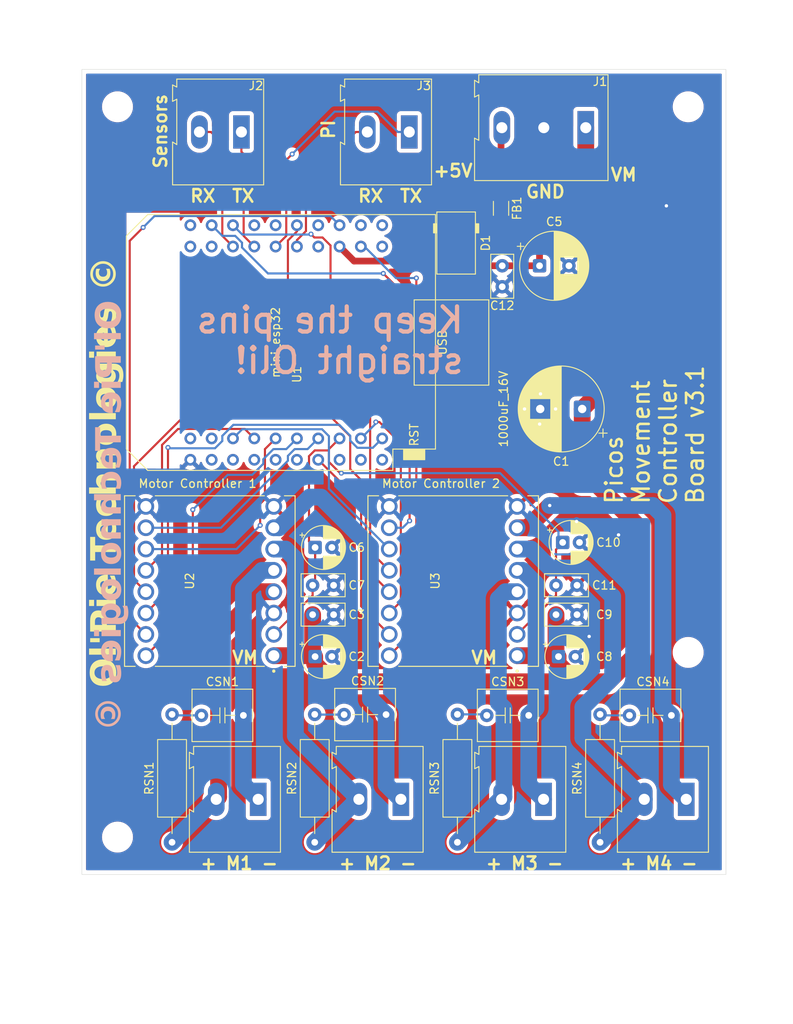
<source format=kicad_pcb>
(kicad_pcb (version 20241229) (generator "pcbnew") (generator_version "9.0")
  (title_block (comment 4 "AISLER Project ID: LYUKVKBL"))
  (layers (0 "F.Cu" signal) (2 "B.Cu" signal) (13 "F.Paste" user) (15 "B.Paste" user) (5 "F.SilkS" user "F.Silkscreen") (7 "B.SilkS" user "B.Silkscreen") (1 "F.Mask" user) (3 "B.Mask" user) (25 "Edge.Cuts" user))
  (net 0 "")
  (net 2 "Net-(U1-IO_25)")
  (net 10 "Net-(J3-Pin_1)")
  (net 14 "Net-(J2-Pin_2)")
  (net 23 "Net-(J3-Pin_2)")
  (net 25 "Net-(M2-+)")
  (net 26 "Net-(M1-+)")
  (net 27 "Net-(M2--)")
  (net 28 "Net-(M1--)")
  (net 29 "+12V")
  (net 30 "Net-(U1-IO_13{slash}TCK)")
  (net 31 "Net-(U1-IO_26{slash}D0)")
  (net 32 "Net-(U1-IO_04)")
  (net 33 "Net-(U1-TD0)")
  (net 34 "Net-(U1-IO_18{slash}D5)")
  (net 35 "Net-(U1-IO_27)")
  (net 36 "GND")
  (net 37 "Net-(U1-IO_23{slash}D7)")
  (net 38 "Net-(U1-3V3)")
  (net 39 "+5V")
  (net 40 "Net-(U1-IO_05{slash}D8)")
  (net 41 "Net-(U1-IO_10{slash}SD3)")
  (net 42 "Net-(U1-IO_14{slash}TMS)")
  (net 43 "Net-(U1-IO_19{slash}D6)")
  (net 44 "Net-(J2-Pin_1)")
  (net 45 "Net-(U1-IO_02)")
  (net 46 "Net-(M4--)")
  (net 47 "Net-(M3-+)")
  (net 48 "Net-(M4-+)")
  (net 49 "Net-(M3--)")
  (net 50 "Net-(CSN1-Pad2)")
  (net 51 "Net-(CSN2-Pad2)")
  (net 52 "Net-(CSN3-Pad2)")
  (net 53 "Net-(CSN4-Pad2)")
  (net 54 "+5V Clean")
  (footprint "MountingHole:MountingHole_3.2mm_M3" (layer "F.Cu") (at 164 110)
    (property "Reference" "H4" (hide yes))
    (property "Value" "MountingHole")
    (pad "" np_thru_hole circle (at 0 0) (size 3.2 3.2) (drill 3.2) (layers "*.Cu" "*.Mask"))
  )
  (footprint "Resistor_THT:R_Axial_DIN0309_L9.0mm_D3.2mm_P15.24mm_Horizontal" (layer "F.Cu") (at 153.5 132.62 90)
    (property "Reference" "RSN4" (at 7.62 -2.72 90) (layer "F.SilkS"))
    (property "Value" "100 Ω, ½ W Metal")
    (pad "1" thru_hole circle (at 0 0 90) (size 1.6 1.6) (drill 0.8) (layers "*.Cu" "*.Mask") (net 46 "Net-(M4--)"))
    (pad "2" thru_hole circle (at 15.24 0 90) (size 1.6 1.6) (drill 0.8) (layers "*.Cu" "*.Mask") (net 53 "Net-(CSN4-Pad2)"))
  )
  (footprint "TerminalBlock:TerminalBlock_Altech_AK300-2_P5.00mm" (layer "F.Cu") (at 110.765 48 180)
    (property "Reference" "J2" (at -1.735 5.5 0) (layer "F.SilkS"))
    (property "Value" "Screw_Terminal_01x02")
    (pad "1" thru_hole rect (at 0 0 180) (size 1.98 3.96) (drill 1.32) (layers "*.Cu" "*.Mask") (net 44 "Net-(J2-Pin_1)"))
    (pad "2" thru_hole oval (at 5 0 180) (size 1.98 3.96) (drill 1.32) (layers "*.Cu" "*.Mask") (net 14 "Net-(J2-Pin_2)"))
  )
  (footprint "Capacitor_THT:CP_Radial_D5.0mm_P2.00mm" (layer "F.Cu") (at 119.5449 97.5)
    (property "Reference" "C6" (at 4.955112 0 0) (layer "F.SilkS"))
    (property "Value" "10uF_16V")
    (pad "1" thru_hole roundrect (at 0 0) (size 1.6 1.6) (drill 0.8) (layers "*.Cu" "*.Mask") (roundrect_rratio 0.15625) (net 38 "Net-(U1-3V3)"))
    (pad "2" thru_hole circle (at 2 0) (size 1.6 1.6) (drill 0.8) (layers "*.Cu" "*.Mask") (net 36 "GND"))
  )
  (footprint "TB66 For KiCAD:MODULE_ROB-14450" (layer "F.Cu") (at 136 101.5 180)
    (property "Reference" "U3" (at 2.138 0.009 90) (layer "F.SilkS"))
    (property "Value" "Motor Controller 2" (at 1.4518 11.6132 0) (layer "F.SilkS"))
    (pad "1" thru_hole circle (at -7.62 -8.89 180) (size 1.98 1.98) (drill 1.32) (layers "*.Cu" "*.Mask") (net 29 "+12V"))
    (pad "2" thru_hole circle (at -7.62 -6.35 180) (size 1.98 1.98) (drill 1.32) (layers "*.Cu" "*.Mask") (net 38 "Net-(U1-3V3)"))
    (pad "3" thru_hole circle (at -7.62 -3.81 180) (size 1.98 1.98) (drill 1.32) (layers "*.Cu" "*.Mask") (net 36 "GND"))
    (pad "4" thru_hole circle (at -7.62 -1.27 180) (size 1.98 1.98) (drill 1.32) (layers "*.Cu" "*.Mask") (net 49 "Net-(M3--)"))
    (pad "5" thru_hole circle (at -7.62 1.27 180) (size 1.98 1.98) (drill 1.32) (layers "*.Cu" "*.Mask") (net 47 "Net-(M3-+)"))
    (pad "6" thru_hole circle (at -7.62 3.81 180) (size 1.98 1.98) (drill 1.32) (layers "*.Cu" "*.Mask") (net 46 "Net-(M4--)"))
    (pad "7" thru_hole circle (at -7.62 6.35 180) (size 1.98 1.98) (drill 1.32) (layers "*.Cu" "*.Mask") (net 48 "Net-(M4-+)"))
    (pad "8" thru_hole circle (at -7.62 8.89 180) (size 1.98 1.98) (drill 1.32) (layers "*.Cu" "*.Mask") (net 36 "GND"))
    (pad "9" thru_hole circle (at 7.62 8.89 180) (size 1.98 1.98) (drill 1.32) (layers "*.Cu" "*.Mask") (net 36 "GND"))
    (pad "10" thru_hole circle (at 7.62 6.35 180) (size 1.98 1.98) (drill 1.32) (layers "*.Cu" "*.Mask") (net 35 "Net-(U1-IO_27)"))
    (pad "11" thru_hole circle (at 7.62 3.81 180) (size 1.98 1.98) (drill 1.32) (layers "*.Cu" "*.Mask") (net 31 "Net-(U1-IO_26{slash}D0)"))
    (pad "12" thru_hole circle (at 7.62 1.27 180) (size 1.98 1.98) (drill 1.32) (layers "*.Cu" "*.Mask") (net 2 "Net-(U1-IO_25)"))
    (pad "13" thru_hole circle (at 7.62 -1.27 180) (size 1.98 1.98) (drill 1.32) (layers "*.Cu" "*.Mask") (net 32 "Net-(U1-IO_04)"))
    (pad "14" thru_hole circle (at 7.62 -3.81 180) (size 1.98 1.98) (drill 1.32) (layers "*.Cu" "*.Mask") (net 30 "Net-(U1-IO_13{slash}TCK)"))
    (pad "15" thru_hole circle (at 7.62 -6.35 180) (size 1.98 1.98) (drill 1.32) (layers "*.Cu" "*.Mask") (net 42 "Net-(U1-IO_14{slash}TMS)"))
    (pad "16" thru_hole circle (at 7.62 -8.89 180) (size 1.98 1.98) (drill 1.32) (layers "*.Cu" "*.Mask") (net 33 "Net-(U1-TD0)"))
  )
  (footprint "PCM_Capacitor_THT_AKL:C_Rect_L7.0mm_W6.0mm_P5.00mm" (layer "F.Cu") (at 111 117.5 180)
    (property "Reference" "CSN1" (at 2.5 4 0) (layer "F.SilkS"))
    (property "Value" "100 nF polypropylene film" (hide yes))
    (pad "1" thru_hole circle (at 0 0 180) (size 1.6 1.6) (drill 0.8) (layers "*.Cu" "*.Mask") (net 26 "Net-(M1-+)"))
    (pad "2" thru_hole circle (at 5 0 180) (size 1.6 1.6) (drill 0.8) (layers "*.Cu" "*.Mask") (net 50 "Net-(CSN1-Pad2)"))
  )
  (footprint "Resistor_THT:R_Axial_DIN0309_L9.0mm_D3.2mm_P15.24mm_Horizontal" (layer "F.Cu") (at 102.5 132.62 90)
    (property "Reference" "RSN1" (at 7.62 -2.72 90) (layer "F.SilkS"))
    (property "Value" "100 Ω, ½ W Metal")
    (pad "1" thru_hole circle (at 0 0 90) (size 1.6 1.6) (drill 0.8) (layers "*.Cu" "*.Mask") (net 28 "Net-(M1--)"))
    (pad "2" thru_hole circle (at 15.24 0 90) (size 1.6 1.6) (drill 0.8) (layers "*.Cu" "*.Mask") (net 50 "Net-(CSN1-Pad2)"))
  )
  (footprint "Capacitor_THT:CP_Radial_D8.0mm_P3.50mm" (layer "F.Cu") (at 146.287349 63.94)
    (property "Reference" "C5" (at 1.75 -5.25 0) (layer "F.SilkS"))
    (property "Value" "470uF_16V")
    (pad "1" thru_hole roundrect (at 0 0) (size 1.6 1.6) (drill 0.8) (layers "*.Cu" "*.Mask") (roundrect_rratio 0.15625) (net 54 "+5V Clean"))
    (pad "2" thru_hole circle (at 3.5 0) (size 1.6 1.6) (drill 0.8) (layers "*.Cu" "*.Mask") (net 36 "GND"))
  )
  (footprint "Capacitor_THT:C_Disc_D5.0mm_W2.5mm_P2.50mm" (layer "F.Cu") (at 121.75 102 180)
    (property "Reference" "C7" (at -2.75 0 0) (layer "F.SilkS"))
    (property "Value" "100nF_Ceramic")
    (pad "1" thru_hole circle (at 0 0 180) (size 1.6 1.6) (drill 0.8) (layers "*.Cu" "*.Mask") (net 36 "GND"))
    (pad "2" thru_hole circle (at 2.5 0 180) (size 1.6 1.6) (drill 0.8) (layers "*.Cu" "*.Mask") (net 38 "Net-(U1-3V3)"))
  )
  (footprint "Inductor_SMD:L_1206_3216Metric" (layer "F.Cu") (at 141.7 57.1 -90)
    (property "Reference" "FB1" (at 0 -1.9 90) (layer "F.SilkS"))
    (property "Value" "FerriteBead")
    (pad "1" smd roundrect (at -1.575 0 270) (size 1.05 1.9) (layers "F.Cu" "F.Mask" "F.Paste") (roundrect_rratio 0.238095) (net 39 "+5V"))
    (pad "2" smd roundrect (at 1.575 0 270) (size 1.05 1.9) (layers "F.Cu" "F.Mask" "F.Paste") (roundrect_rratio 0.238095) (net 54 "+5V Clean"))
  )
  (footprint "Resistor_THT:R_Axial_DIN0309_L9.0mm_D3.2mm_P15.24mm_Horizontal" (layer "F.Cu") (at 119.5 132.62 90)
    (property "Reference" "RSN2" (at 7.62 -2.72 90) (layer "F.SilkS"))
    (property "Value" "100 Ω, ½ W Metal")
    (pad "1" thru_hole circle (at 0 0 90) (size 1.6 1.6) (drill 0.8) (layers "*.Cu" "*.Mask") (net 27 "Net-(M2--)"))
    (pad "2" thru_hole circle (at 15.24 0 90) (size 1.6 1.6) (drill 0.8) (layers "*.Cu" "*.Mask") (net 51 "Net-(CSN2-Pad2)"))
  )
  (footprint "PCM_Capacitor_THT_AKL:C_Rect_L7.0mm_W6.0mm_P5.00mm" (layer "F.Cu") (at 128 117.406 180)
    (property "Reference" "CSN2" (at 2.2 4 0) (layer "F.SilkS"))
    (property "Value" "100 nF polypropylene film" (hide yes))
    (pad "1" thru_hole circle (at 0 0 180) (size 1.6 1.6) (drill 0.8) (layers "*.Cu" "*.Mask") (net 25 "Net-(M2-+)"))
    (pad "2" thru_hole circle (at 5 0 180) (size 1.6 1.6) (drill 0.8) (layers "*.Cu" "*.Mask") (net 51 "Net-(CSN2-Pad2)"))
  )
  (footprint "Resistor_THT:R_Axial_DIN0309_L9.0mm_D3.2mm_P15.24mm_Horizontal" (layer "F.Cu") (at 136.5 132.62 90)
    (property "Reference" "RSN3" (at 7.62 -2.72 90) (layer "F.SilkS"))
    (property "Value" "100 Ω, ½ W Metal")
    (pad "1" thru_hole circle (at 0 0 90) (size 1.6 1.6) (drill 0.8) (layers "*.Cu" "*.Mask") (net 49 "Net-(M3--)"))
    (pad "2" thru_hole circle (at 15.24 0 90) (size 1.6 1.6) (drill 0.8) (layers "*.Cu" "*.Mask") (net 52 "Net-(CSN3-Pad2)"))
  )
  (footprint "TB66 For KiCAD:MODULE_ROB-14450" (layer "F.Cu") (at 107 101.5 180)
    (property "Reference" "U2" (at 2.391 0 90) (layer "F.SilkS"))
    (property "Value" "Motor Controller 1" (at 1.4518 11.6132 0) (layer "F.SilkS"))
    (pad "1" thru_hole circle (at -7.62 -8.89 180) (size 1.98 1.98) (drill 1.32) (layers "*.Cu" "*.Mask") (net 29 "+12V"))
    (pad "2" thru_hole circle (at -7.62 -6.35 180) (size 1.98 1.98) (drill 1.32) (layers "*.Cu" "*.Mask") (net 38 "Net-(U1-3V3)"))
    (pad "3" thru_hole circle (at -7.62 -3.81 180) (size 1.98 1.98) (drill 1.32) (layers "*.Cu" "*.Mask") (net 36 "GND"))
    (pad "4" thru_hole circle (at -7.62 -1.27 180) (size 1.98 1.98) (drill 1.32) (layers "*.Cu" "*.Mask") (net 28 "Net-(M1--)"))
    (pad "5" thru_hole circle (at -7.62 1.27 180) (size 1.98 1.98) (drill 1.32) (layers "*.Cu" "*.Mask") (net 26 "Net-(M1-+)"))
    (pad "6" thru_hole circle (at -7.62 3.81 180) (size 1.98 1.98) (drill 1.32) (layers "*.Cu" "*.Mask") (net 27 "Net-(M2--)"))
    (pad "7" thru_hole circle (at -7.62 6.35 180) (size 1.98 1.98) (drill 1.32) (layers "*.Cu" "*.Mask") (net 25 "Net-(M2-+)"))
    (pad "8" thru_hole circle (at -7.62 8.89 180) (size 1.98 1.98) (drill 1.32) (layers "*.Cu" "*.Mask") (net 36 "GND"))
    (pad "9" thru_hole circle (at 7.62 8.89 180) (size 1.98 1.98) (drill 1.32) (layers "*.Cu" "*.Mask") (net 36 "GND"))
    (pad "10" thru_hole circle (at 7.62 6.35 180) (size 1.98 1.98) (drill 1.32) (layers "*.Cu" "*.Mask") (net 40 "Net-(U1-IO_05{slash}D8)"))
    (pad "11" thru_hole circle (at 7.62 3.81 180) (size 1.98 1.98) (drill 1.32) (layers "*.Cu" "*.Mask") (net 43 "Net-(U1-IO_19{slash}D6)"))
    (pad "12" thru_hole circle (at 7.62 1.27 180) (size 1.98 1.98) (drill 1.32) (layers "*.Cu" "*.Mask") (net 34 "Net-(U1-IO_18{slash}D5)"))
    (pad "13" thru_hole circle (at 7.62 -1.27 180) (size 1.98 1.98) (drill 1.32) (layers "*.Cu" "*.Mask") (net 32 "Net-(U1-IO_04)"))
    (pad "14" thru_hole circle (at 7.62 -3.81 180) (size 1.98 1.98) (drill 1.32) (layers "*.Cu" "*.Mask") (net 41 "Net-(U1-IO_10{slash}SD3)"))
    (pad "15" thru_hole circle (at 7.62 -6.35 180) (size 1.98 1.98) (drill 1.32) (layers "*.Cu" "*.Mask") (net 45 "Net-(U1-IO_02)"))
    (pad "16" thru_hole circle (at 7.62 -8.89 180) (size 1.98 1.98) (drill 1.32) (layers "*.Cu" "*.Mask") (net 37 "Net-(U1-IO_23{slash}D7)"))
  )
  (footprint "PCM_Capacitor_THT_AKL:C_Rect_L7.0mm_W6.0mm_P5.00mm" (layer "F.Cu") (at 145 117.5 180)
    (property "Reference" "CSN3" (at 2.5 4 0) (layer "F.SilkS"))
    (property "Value" "100 nF polypropylene film" (hide yes))
    (pad "1" thru_hole circle (at 0 0 180) (size 1.6 1.6) (drill 0.8) (layers "*.Cu" "*.Mask") (net 47 "Net-(M3-+)"))
    (pad "2" thru_hole circle (at 5 0 180) (size 1.6 1.6) (drill 0.8) (layers "*.Cu" "*.Mask") (net 52 "Net-(CSN3-Pad2)"))
  )
  (footprint "TerminalBlock:TerminalBlock_Altech_AK300-2_P5.00mm" (layer "F.Cu") (at 112.765 127.5 180)
    (property "Reference" "M1" (hide yes))
    (property "Value" "Motor_DC")
    (pad "1" thru_hole rect (at 0 0 180) (size 1.98 3.96) (drill 1.32) (layers "*.Cu" "*.Mask") (net 26 "Net-(M1-+)"))
    (pad "2" thru_hole oval (at 5 0 180) (size 1.98 3.96) (drill 1.32) (layers "*.Cu" "*.Mask") (net 28 "Net-(M1--)"))
  )
  (footprint "Capacitor_THT:CP_Radial_D5.0mm_P2.00mm" (layer "F.Cu") (at 148.5449 110.5)
    (property "Reference" "C8" (at 5.455112 0 0) (layer "F.SilkS"))
    (property "Value" "100uF_16V")
    (pad "1" thru_hole roundrect (at 0 0) (size 1.6 1.6) (drill 0.8) (layers "*.Cu" "*.Mask") (roundrect_rratio 0.15625) (net 29 "+12V"))
    (pad "2" thru_hole circle (at 2 0) (size 1.6 1.6) (drill 0.8) (layers "*.Cu" "*.Mask") (net 36 "GND"))
  )
  (footprint "PCM_Diode_SMD_AKL:D_SMB" (layer "F.Cu") (at 136.35 61.23 -90)
    (property "Reference" "D1" (at 0 -3.508 90) (layer "F.SilkS"))
    (property "Value" "SMBJ6.0A" (hide yes))
    (pad "1" smd roundrect (at -2.15 0 270) (size 2.5 2.3) (layers "F.Cu" "F.Mask" "F.Paste") (roundrect_rratio 0.1086956522) (net 36 "GND"))
    (pad "2" smd roundrect (at 2.15 0 270) (size 2.5 2.3) (layers "F.Cu" "F.Mask" "F.Paste") (roundrect_rratio 0.1086956522) (net 54 "+5V Clean"))
  )
  (footprint "Capacitor_THT:C_Disc_D5.0mm_W2.5mm_P2.50mm" (layer "F.Cu") (at 119.25 105.5)
    (property "Reference" "C3" (at 5.25 0 0) (layer "F.SilkS"))
    (property "Value" "100nF_Ceramic")
    (pad "1" thru_hole circle (at 0 0) (size 1.6 1.6) (drill 0.8) (layers "*.Cu" "*.Mask") (net 29 "+12V"))
    (pad "2" thru_hole circle (at 2.5 0) (size 1.6 1.6) (drill 0.8) (layers "*.Cu" "*.Mask") (net 36 "GND"))
  )
  (footprint "Capacitor_THT:CP_Radial_D5.0mm_P2.00mm" (layer "F.Cu") (at 119.5449 110.5)
    (property "Reference" "C2" (at 4.955113 0 0) (layer "F.SilkS"))
    (property "Value" "100uF_16V")
    (pad "1" thru_hole roundrect (at 0 0) (size 1.6 1.6) (drill 0.8) (layers "*.Cu" "*.Mask") (roundrect_rratio 0.15625) (net 29 "+12V"))
    (pad "2" thru_hole circle (at 2 0) (size 1.6 1.6) (drill 0.8) (layers "*.Cu" "*.Mask") (net 36 "GND"))
  )
  (footprint "Capacitor_THT:C_Disc_D5.0mm_W2.5mm_P2.50mm" (layer "F.Cu") (at 141.84 63.94 -90)
    (property "Reference" "C12" (at 4.75 0 0) (layer "F.SilkS"))
    (property "Value" "100nF_Ceramic")
    (pad "1" thru_hole circle (at 0 0 270) (size 1.6 1.6) (drill 0.8) (layers "*.Cu" "*.Mask") (net 54 "+5V Clean"))
    (pad "2" thru_hole circle (at 2.5 0 270) (size 1.6 1.6) (drill 0.8) (layers "*.Cu" "*.Mask") (net 36 "GND"))
  )
  (footprint "Capacitor_THT:CP_Radial_D5.0mm_P2.00mm" (layer "F.Cu") (at 149.044888 96.9)
    (property "Reference" "C10" (at 5.455112 0 0) (layer "F.SilkS"))
    (property "Value" "10uF_16V")
    (pad "1" thru_hole roundrect (at 0 0) (size 1.6 1.6) (drill 0.8) (layers "*.Cu" "*.Mask") (roundrect_rratio 0.15625) (net 38 "Net-(U1-3V3)"))
    (pad "2" thru_hole circle (at 2 0) (size 1.6 1.6) (drill 0.8) (layers "*.Cu" "*.Mask") (net 36 "GND"))
  )
  (footprint "TerminalBlock:TerminalBlock_Altech_AK300-2_P5.00mm" (layer "F.Cu") (at 146.765 127.5 180)
    (property "Reference" "M3" (hide yes))
    (property "Value" "Motor_DC")
    (pad "1" thru_hole rect (at 0 0 180) (size 1.98 3.96) (drill 1.32) (layers "*.Cu" "*.Mask") (net 47 "Net-(M3-+)"))
    (pad "2" thru_hole oval (at 5 0 180) (size 1.98 3.96) (drill 1.32) (layers "*.Cu" "*.Mask") (net 49 "Net-(M3--)"))
  )
  (footprint "Capacitor_THT:C_Disc_D5.0mm_W2.5mm_P2.50mm" (layer "F.Cu") (at 150.75 102 180)
    (property "Reference" "C11" (at -3.25 0 0) (layer "F.SilkS"))
    (property "Value" "100nF_Ceramic")
    (pad "1" thru_hole circle (at 0 0 180) (size 1.6 1.6) (drill 0.8) (layers "*.Cu" "*.Mask") (net 36 "GND"))
    (pad "2" thru_hole circle (at 2.5 0 180) (size 1.6 1.6) (drill 0.8) (layers "*.Cu" "*.Mask") (net 38 "Net-(U1-3V3)"))
  )
  (footprint "MountingHole:MountingHole_3.2mm_M3" (layer "F.Cu") (at 96 45)
    (property "Reference" "H1" (hide yes))
    (property "Value" "MountingHole")
    (pad "" np_thru_hole circle (at 0 0) (size 3.2 3.2) (drill 3.2) (layers "*.Cu" "*.Mask"))
  )
  (footprint "Capacitor_THT:CP_Radial_D10.0mm_P5.00mm" (layer "F.Cu") (at 151.3677 81 180)
    (property "Reference" "C1" (at 2.5 -6.25 0) (layer "F.SilkS"))
    (property "Value" "1000uF_16V" (at 9.367677 0 90) (layer "F.SilkS"))
    (pad "1" thru_hole roundrect (at 0 0 180) (size 2 2) (drill 1) (layers "*.Cu" "*.Mask") (roundrect_rratio 0.125) (net 29 "+12V"))
    (pad "2" thru_hole circle (at 5 0 180) (size 2 2) (drill 1) (layers "*.Cu" "*.Mask") (net 36 "GND"))
  )
  (footprint "MountingHole:MountingHole_3.2mm_M3" (layer "F.Cu") (at 96 132)
    (property "Reference" "H2" (hide yes))
    (property "Value" "MountingHole")
    (pad "" np_thru_hole circle (at 0 0) (size 3.2 3.2) (drill 3.2) (layers "*.Cu" "*.Mask"))
  )
  (footprint "TerminalBlock:TerminalBlock_Altech_AK300-3_P5.00mm" (layer "F.Cu") (at 151.795 47.49 180)
    (property "Reference" "J1" (at -1.705 5.49 0) (layer "F.SilkS"))
    (property "Value" "Screw_Terminal_01x03")
    (pad "1" thru_hole rect (at 0 0 180) (size 1.98 3.96) (drill 1.32) (layers "*.Cu" "*.Mask") (net 29 "+12V"))
    (pad "2" thru_hole oval (at 5 0 180) (size 1.98 3.96) (drill 1.32) (layers "*.Cu" "*.Mask") (net 36 "GND"))
    (pad "3" thru_hole oval (at 10 0 180) (size 1.98 3.96) (drill 1.32) (layers "*.Cu" "*.Mask") (net 39 "+5V"))
  )
  (footprint "ESP32_mini:ESP32_mini" (layer "F.Cu") (at 116.11 73.0801 90)
    (property "Reference" "U1" (at -3.81 1.27 90) (layer "F.SilkS"))
    (property "Value" "mini_esp32" (at 0 -1.27 90) (layer "F.SilkS"))
    (fp_text user "USB" (at 0 18.61 90) (layer "F.SilkS"))
    (fp_text user "RST" (at -11 15.24 90) (layer "F.SilkS"))
    (pad "1" thru_hole circle (at -13.97 -11.43) (size 1.4 1.4) (drill 0.8) (layers "*.Cu" "*.Mask") (net 36 "GND"))
    (pad "2" thru_hole circle (at -11.43 -11.43) (size 1.4 1.4) (drill 0.8) (layers "*.Cu" "*.Mask"))
    (pad "3" thru_hole circle (at -13.97 -8.89) (size 1.4 1.4) (drill 0.8) (layers "*.Cu" "*.Mask"))
    (pad "4" thru_hole circle (at -11.43 -8.89) (size 1.4 1.4) (drill 0.8) (layers "*.Cu" "*.Mask"))
    (pad "5" thru_hole circle (at -13.97 -6.35) (size 1.4 1.4) (drill 0.8) (layers "*.Cu" "*.Mask"))
    (pad "6" thru_hole circle (at -11.43 -6.35) (size 1.4 1.4) (drill 0.8) (layers "*.Cu" "*.Mask") (net 31 "Net-(U1-IO_26{slash}D0)"))
    (pad "7" thru_hole circle (at -13.97 -3.81) (size 1.4 1.4) (drill 0.8) (layers "*.Cu" "*.Mask"))
    (pad "8" thru_hole circle (at -11.43 -3.81) (size 1.4 1.4) (drill 0.8) (layers "*.Cu" "*.Mask") (net 34 "Net-(U1-IO_18{slash}D5)"))
    (pad "9" thru_hole circle (at -13.97 -1.27) (size 1.4 1.4) (drill 0.8) (layers "*.Cu" "*.Mask"))
    (pad "10" thru_hole circle (at -11.43 -1.27) (size 1.4 1.4) (drill 0.8) (layers "*.Cu" "*.Mask") (net 43 "Net-(U1-IO_19{slash}D6)"))
    (pad "11" thru_hole circle (at -13.97 1.27) (size 1.4 1.4) (drill 0.8) (layers "*.Cu" "*.Mask"))
    (pad "12" thru_hole circle (at -11.43 1.27) (size 1.4 1.4) (drill 0.8) (layers "*.Cu" "*.Mask") (net 37 "Net-(U1-IO_23{slash}D7)"))
    (pad "13" thru_hole circle (at -13.97 3.81) (size 1.4 1.4) (drill 0.8) (layers "*.Cu" "*.Mask") (net 42 "Net-(U1-IO_14{slash}TMS)"))
    (pad "14" thru_hole circle (at -11.43 3.81) (size 1.4 1.4) (drill 0.8) (layers "*.Cu" "*.Mask") (net 40 "Net-(U1-IO_05{slash}D8)"))
    (pad "15" thru_hole circle (at -13.97 6.35) (size 1.4 1.4) (drill 0.8) (layers "*.Cu" "*.Mask"))
    (pad "16" thru_hole circle (at -11.43 6.35) (size 1.4 1.4) (drill 0.8) (layers "*.Cu" "*.Mask") (net 38 "Net-(U1-3V3)"))
    (pad "17" thru_hole circle (at -13.97 8.89) (size 1.4 1.4) (drill 0.8) (layers "*.Cu" "*.Mask"))
    (pad "18" thru_hole circle (at -11.43 8.89) (size 1.4 1.4) (drill 0.8) (layers "*.Cu" "*.Mask") (net 30 "Net-(U1-IO_13{slash}TCK)"))
    (pad "19" thru_hole circle (at -13.97 11.43) (size 1.4 1.4) (drill 0.8) (layers "*.Cu" "*.Mask"))
    (pad "20" thru_hole circle (at -11.43 11.43) (size 1.4 1.4) (drill 0.8) (layers "*.Cu" "*.Mask") (net 41 "Net-(U1-IO_10{slash}SD3)"))
    (pad "21" thru_hole circle (at 11.43 -11.43) (size 1.4 1.4) (drill 0.8) (layers "*.Cu" "*.Mask"))
    (pad "22" thru_hole circle (at 13.97 -11.43) (size 1.4 1.4) (drill 0.8) (layers "*.Cu" "*.Mask"))
    (pad "23" thru_hole circle (at 11.43 -8.89) (size 1.4 1.4) (drill 0.8) (layers "*.Cu" "*.Mask"))
    (pad "24" thru_hole circle (at 13.97 -8.89) (size 1.4 1.4) (drill 0.8) (layers "*.Cu" "*.Mask") (net 35 "Net-(U1-IO_27)"))
    (pad "25" thru_hole circle (at 11.43 -6.35) (size 1.4 1.4) (drill 0.8) (layers "*.Cu" "*.Mask") (net 14 "Net-(J2-Pin_2)"))
    (pad "26" thru_hole circle (at 13.97 -6.35) (size 1.4 1.4) (drill 0.8) (layers "*.Cu" "*.Mask") (net 2 "Net-(U1-IO_25)"))
    (pad "27" thru_hole circle (at 11.43 -3.81) (size 1.4 1.4) (drill 0.8) (layers "*.Cu" "*.Mask") (net 44 "Net-(J2-Pin_1)"))
    (pad "28" thru_hole circle (at 13.97 -3.81) (size 1.4 1.4) (drill 0.8) (layers "*.Cu" "*.Mask"))
    (pad "29" thru_hole circle (at 11.43 -1.27) (size 1.4 1.4) (drill 0.8) (layers "*.Cu" "*.Mask") (net 10 "Net-(J3-Pin_1)"))
    (pad "30" thru_hole circle (at 13.97 -1.27) (size 1.4 1.4) (drill 0.8) (layers "*.Cu" "*.Mask"))
    (pad "31" thru_hole circle (at 11.43 1.27) (size 1.4 1.4) (drill 0.8) (layers "*.Cu" "*.Mask") (net 23 "Net-(J3-Pin_2)"))
    (pad "32" thru_hole circle (at 13.97 1.27) (size 1.4 1.4) (drill 0.8) (layers "*.Cu" "*.Mask") (net 32 "Net-(U1-IO_04)"))
    (pad "33" thru_hole circle (at 11.43 3.81) (size 1.4 1.4) (drill 0.8) (layers "*.Cu" "*.Mask"))
    (pad "34" thru_hole circle (at 13.97 3.81) (size 1.4 1.4) (drill 0.8) (layers "*.Cu" "*.Mask"))
    (pad "35" thru_hole circle (at 11.43 6.35) (size 1.4 1.4) (drill 0.8) (layers "*.Cu" "*.Mask") (net 54 "+5V Clean"))
    (pad "36" thru_hole circle (at 13.97 6.35) (size 1.4 1.4) (drill 0.8) (layers "*.Cu" "*.Mask") (net 45 "Net-(U1-IO_02)"))
    (pad "37" thru_hole circle (at 11.43 8.89) (size 1.4 1.4) (drill 0.8) (layers "*.Cu" "*.Mask") (net 33 "Net-(U1-TD0)"))
    (pad "38" thru_hole circle (at 13.97 8.89) (size 1.4 1.4) (drill 0.8) (layers "*.Cu" "*.Mask"))
    (pad "39" thru_hole circle (at 11.43 11.43) (size 1.4 1.4) (drill 0.8) (layers "*.Cu" "*.Mask"))
    (pad "40" thru_hole circle (at 13.97 11.43) (size 1.4 1.4) (drill 0.8) (layers "*.Cu" "*.Mask"))
  )
  (footprint "TerminalBlock:TerminalBlock_Altech_AK300-2_P5.00mm" (layer "F.Cu") (at 129.765 127.5 180)
    (property "Reference" "M2" (hide yes))
    (property "Value" "Motor_DC")
    (pad "1" thru_hole rect (at 0 0 180) (size 1.98 3.96) (drill 1.32) (layers "*.Cu" "*.Mask") (net 25 "Net-(M2-+)"))
    (pad "2" thru_hole oval (at 5 0 180) (size 1.98 3.96) (drill 1.32) (layers "*.Cu" "*.Mask") (net 27 "Net-(M2--)"))
  )
  (footprint "TerminalBlock:TerminalBlock_Altech_AK300-2_P5.00mm" (layer "F.Cu") (at 130.765 48 180)
    (property "Reference" "J3" (at -1.735 5.5 0) (layer "F.SilkS"))
    (property "Value" "Screw_Terminal_01x02")
    (pad "1" thru_hole rect (at 0 0 180) (size 1.98 3.96) (drill 1.32) (layers "*.Cu" "*.Mask") (net 10 "Net-(J3-Pin_1)"))
    (pad "2" thru_hole oval (at 5 0 180) (size 1.98 3.96) (drill 1.32) (layers "*.Cu" "*.Mask") (net 23 "Net-(J3-Pin_2)"))
  )
  (footprint "Capacitor_THT:C_Disc_D5.0mm_W2.5mm_P2.50mm" (layer "F.Cu") (at 148.25 105.5)
    (property "Reference" "C9" (at 5.75 0 0) (layer "F.SilkS"))
    (property "Value" "100nF_Ceramic")
    (pad "1" thru_hole circle (at 0 0) (size 1.6 1.6) (drill 0.8) (layers "*.Cu" "*.Mask") (net 29 "+12V"))
    (pad "2" thru_hole circle (at 2.5 0) (size 1.6 1.6) (drill 0.8) (layers "*.Cu" "*.Mask") (net 36 "GND"))
  )
  (footprint "PCM_Capacitor_THT_AKL:C_Rect_L7.0mm_W6.0mm_P5.00mm" (layer "F.Cu") (at 162 117.5 180)
    (property "Reference" "CSN4" (at 2.2 4 0) (layer "F.SilkS"))
    (property "Value" "100 nF polypropylene film" (hide yes))
    (pad "1" thru_hole circle (at 0 0 180) (size 1.6 1.6) (drill 0.8) (layers "*.Cu" "*.Mask") (net 48 "Net-(M4-+)"))
    (pad "2" thru_hole circle (at 5 0 180) (size 1.6 1.6) (drill 0.8) (layers "*.Cu" "*.Mask") (net 53 "Net-(CSN4-Pad2)"))
  )
  (footprint "MountingHole:MountingHole_3.2mm_M3" (layer "F.Cu") (at 164 45)
    (property "Reference" "H3" (hide yes))
    (property "Value" "MountingHole")
    (pad "" np_thru_hole circle (at 0 0) (size 3.2 3.2) (drill 3.2) (layers "*.Cu" "*.Mask"))
  )
  (footprint "TerminalBlock:TerminalBlock_Altech_AK300-2_P5.00mm" (layer "F.Cu") (at 163.765 127.5 180)
    (property "Reference" "M4" (hide yes))
    (property "Value" "Motor_DC")
    (pad "1" thru_hole rect (at 0 0 180) (size 1.98 3.96) (drill 1.32) (layers "*.Cu" "*.Mask") (net 48 "Net-(M4-+)"))
    (pad "2" thru_hole oval (at 5 0 180) (size 1.98 3.96) (drill 1.32) (layers "*.Cu" "*.Mask") (net 46 "Net-(M4--)"))
  )
  (gr_rect (start 91.756646 40.547) (end 168.5 136.453) (stroke (width 0.05)) (fill no) (layer "Edge.Cuts"))
  (gr_text "TX" (at 109.5 56.5 0) (layer "F.SilkS") (effects (font (size 1.5 1.5) (thickness 0.3) (bold yes)) (justify left bottom)))
  (gr_text "Sensors" (at 102 52.5 90) (layer "F.SilkS") (effects (font (size 1.5 1.5) (thickness 0.3) (bold yes)) (justify left bottom)))
  (gr_text "TX" (at 129.5 56.5 0) (layer "F.SilkS") (effects (font (size 1.5 1.5) (thickness 0.3) (bold yes)) (justify left bottom)))
  (gr_text "GND" (at 144.5 56 0) (layer "F.SilkS") (effects (font (size 1.5 1.5) (thickness 0.3) (bold yes)) (justify left bottom)))
  (gr_text "Picos \nMovement \nController\nBoard v3.1" (at 166 92.5 90) (layer "F.SilkS") (effects (font (size 2 2) (thickness 0.3) (bold yes)) (justify left bottom)))
  (gr_text "RX" (at 104.5 56.5 0) (layer "F.SilkS") (effects (font (size 1.5 1.5) (thickness 0.3) (bold yes)) (justify left bottom)))
  (gr_text "Ol'Pie Technologies ©" (at 96.31 88.5 90) (layer "F.SilkS") (effects (font (size 3 3) (thickness 0.3) (bold yes)) (justify bottom)))
  (gr_text "VM" (at 154.625 53.97 0) (layer "F.SilkS") (effects (font (size 1.5 1.5) (thickness 0.3) (bold yes)) (justify left bottom)))
  (gr_text "+ M1 -" (at 110.5 136 0) (layer "F.SilkS") (effects (font (size 1.5 1.5) (thickness 0.3) (bold yes)) (justify bottom)))
  (gr_text "PI" (at 122 49 90) (layer "F.SilkS") (effects (font (size 1.5 1.5) (thickness 0.3) (bold yes)) (justify left bottom)))
  (gr_text "+ M2 -" (at 127 136 0) (layer "F.SilkS") (effects (font (size 1.5 1.5) (thickness 0.3) (bold yes)) (justify bottom)))
  (gr_text "+ M4 -" (at 160.5 136 0) (layer "F.SilkS") (effects (font (size 1.5 1.5) (thickness 0.3) (bold yes)) (justify bottom)))
  (gr_text "+5V" (at 133.5 53.5 0) (layer "F.SilkS") (effects (font (size 1.5 1.5) (thickness 0.3) (bold yes)) (justify left bottom)))
  (gr_text "+ M3 -" (at 144.5 136 0) (layer "F.SilkS") (effects (font (size 1.5 1.5) (thickness 0.3) (bold yes)) (justify bottom)))
  (gr_text "RX" (at 124.5 56.5 0) (layer "F.SilkS") (effects (font (size 1.5 1.5) (thickness 0.3) (bold yes)) (justify left bottom)))
  (gr_text "VM" (at 109.5 111.5 0) (layer "F.SilkS") (effects (font (size 1.5 1.5) (thickness 0.3) (bold yes)) (justify left bottom)))
  (gr_text "VM" (at 138 111.5 0) (layer "F.SilkS") (effects (font (size 1.5 1.5) (thickness 0.3) (bold yes)) (justify left bottom)))
  (gr_text "Ol'Pie Technologies ©" (at 96.901 93.726 90) (layer "B.SilkS") (effects (font (size 3 3) (thickness 0.3) (bold yes)) (justify bottom mirror)))
  (gr_text "Keep the pins\nstraight Oli!" (at 137.5 77 0) (layer "B.SilkS") (effects (font (size 3 3) (thickness 0.5) (bold yes)) (justify left bottom mirror)))
  (segment (start 126.1055 97.9555) (end 128.38 100.23) (width 0.25) (layer "F.Cu") (net 2))
  (segment (start 126.1055 81.9448) (end 126.1055 97.9555) (width 0.25) (layer "F.Cu") (net 2))
  (segment (start 121.3833 61.5249) (end 121.3833 77.2226) (width 0.25) (layer "F.Cu") (net 2))
  (segment (start 119.0546 60.1666) (end 119.4614 60.5734) (width 0.25) (layer "F.Cu") (net 2))
  (segment (start 120.4318 60.5734) (end 121.3833 61.5249) (width 0.25) (layer "F.Cu") (net 2))
  (segment (start 121.3833 77.2226) (end 126.1055 81.9448) (width 0.25) (layer "F.Cu") (net 2))
  (segment (start 119.4614 60.5734) (end 120.4318 60.5734) (width 0.25) (layer "F.Cu") (net 2))
  (via (at 119.0546 60.1666) (size 0.6) (drill 0.3) (layers "F.Cu" "B.Cu") (net 2))
  (segment (start 119.0012 60.22) (end 110.8699 60.22) (width 0.25) (layer "B.Cu") (net 2))
  (segment (start 110.8699 60.22) (end 109.76 59.1101) (width 0.25) (layer "B.Cu") (net 2))
  (segment (start 119.0546 60.1666) (end 119.0012 60.22) (width 0.25) (layer "B.Cu") (net 2))
  (segment (start 116.11 60.3801) (end 114.84 61.6501) (width 0.25) (layer "F.Cu") (net 10))
  (segment (start 116.11 51.3387) (end 116.11 60.3801) (width 0.25) (layer "F.Cu") (net 10))
  (segment (start 116.8115 50.6372) (end 116.11 51.3387) (width 0.25) (layer "F.Cu") (net 10))
  (via (at 116.8115 50.6372) (size 0.6) (drill 0.3) (layers "F.Cu" "B.Cu") (net 10))
  (segment (start 130.765 48) (end 129.3983 48) (width 0.25) (layer "B.Cu") (net 10))
  (segment (start 121.8696 45.5791) (end 116.8115 50.6372) (width 0.25) (layer "B.Cu") (net 10))
  (segment (start 126.9774 45.5791) (end 121.8696 45.5791) (width 0.25) (layer "B.Cu") (net 10))
  (segment (start 129.3983 48) (end 126.9774 45.5791) (width 0.25) (layer "B.Cu") (net 10))
  (segment (start 108.49 49.3583) (end 108.49 60.3801) (width 0.25) (layer "F.Cu") (net 14))
  (segment (start 105.765 48) (end 107.1317 48) (width 0.25) (layer "F.Cu") (net 14))
  (segment (start 108.49 60.3801) (end 109.76 61.6501) (width 0.25) (layer "F.Cu") (net 14))
  (segment (start 107.1317 48) (end 108.49 49.3583) (width 0.25) (layer "F.Cu") (net 14))
  (segment (start 117.38 60.8842) (end 117.38 61.6501) (width 0.25) (layer "F.Cu") (net 23))
  (segment (start 124.3983 48) (end 118.4567 53.9416) (width 0.25) (layer "F.Cu") (net 23))
  (segment (start 125.765 48) (end 124.3983 48) (width 0.25) (layer "F.Cu") (net 23))
  (segment (start 118.4567 53.9416) (end 118.4567 59.8075) (width 0.25) (layer "F.Cu") (net 23))
  (segment (start 118.4567 59.8075) (end 117.38 60.8842) (width 0.25) (layer "F.Cu") (net 23))
  (segment (start 115.249253 95.15) (end 118.899253 91.5) (width 2) (layer "B.Cu") (net 25))
  (segment (start 128 117.406) (end 128 125.735) (width 2) (layer "B.Cu") (net 25))
  (segment (start 126.139 115.545) (end 128 117.406) (width 2) (layer "B.Cu") (net 25))
  (segment (start 114.62 95.15) (end 115.249253 95.15) (width 2) (layer "B.Cu") (net 25))
  (segment (start 128 125.735) (end 129.765 127.5) (width 2) (layer "B.Cu") (net 25))
  (segment (start 118.899253 91.5) (end 120.244042 91.5) (width 2) (layer "B.Cu") (net 25))
  (segment (start 126.139 97.394958) (end 126.139 115.545) (width 2) (layer "B.Cu") (net 25))
  (segment (start 120.244042 91.5) (end 126.139 97.394958) (width 2) (layer "B.Cu") (net 25))
  (segment (start 111 102.449929) (end 111 117.5) (width 2) (layer "B.Cu") (net 26))
  (segment (start 113.219929 100.23) (end 111 102.449929) (width 2) (layer "B.Cu") (net 26))
  (segment (start 114.62 100.23) (end 113.219929 100.23) (width 2) (layer "B.Cu") (net 26))
  (segment (start 111 117.5) (end 111 125.735) (width 2) (layer "B.Cu") (net 26))
  (segment (start 111 125.735) (end 112.765 127.5) (width 2) (layer "B.Cu") (net 26))
  (segment (start 117.199 98.868929) (end 117.199 119.934) (width 2) (layer "B.Cu") (net 27))
  (segment (start 114.62 97.69) (end 116.020071 97.69) (width 2) (layer "B.Cu") (net 27))
  (segment (start 124.765 127.5) (end 124.62 127.5) (width 2) (layer "B.Cu") (net 27))
  (segment (start 116.020071 97.69) (end 117.199 98.868929) (width 2) (layer "B.Cu") (net 27))
  (segment (start 124.62 127.5) (end 119.5 132.62) (width 2) (layer "B.Cu") (net 27))
  (segment (start 117.199 119.934) (end 124.765 127.5) (width 2) (layer "B.Cu") (net 27))
  (segment (start 108.051 107.938929) (end 108.051 127.214) (width 2) (layer "F.Cu") (net 28))
  (segment (start 114.62 102.77) (end 113.219929 102.77) (width 2) (layer "F.Cu") (net 28))
  (segment (start 108.051 127.214) (end 107.765 127.5) (width 2) (layer "F.Cu") (net 28))
  (segment (start 107.765 127.5) (end 107.62 127.5) (width 2) (layer "F.Cu") (net 28))
  (segment (start 113.219929 102.77) (end 108.051 107.938929) (width 2) (layer "F.Cu") (net 28))
  (segment (start 107.765 127.5) (end 107.62 127.5) (width 2) (layer "B.Cu") (net 28))
  (segment (start 102.5 132.62) (end 102.645 132.62) (width 0.8) (layer "B.Cu") (net 28))
  (segment (start 107.62 127.5) (end 102.5 132.62) (width 2) (layer "B.Cu") (net 28))
  (segment (start 158.1 95) (end 158.1 109.9) (width 2) (layer "F.Cu") (net 29))
  (segment (start 143.62 110.39) (end 148.384 110.39) (width 2) (layer "F.Cu") (net 29))
  (segment (start 151.3677 81) (end 151.368 81) (width 2) (layer "F.Cu") (net 29))
  (segment (start 155 62) (end 155 77.3677) (width 2) (layer "F.Cu") (net 29))
  (segment (start 119.384 110.39) (end 114.62 110.39) (width 2) (layer "F.Cu") (net 29))
  (segment (start 151.368 81) (end 151.368 89.8677) (width 2) (layer "F.Cu") (net 29))
  (segment (start 119.384 110.5) (end 119.384 110.39) (width 2) (layer "F.Cu") (net 29))
  (segment (start 148.494 110.5) (end 148.5449 110.5) (width 1.6018) (layer "F.Cu") (net 29))
  (segment (start 119.25 110.256) (end 119.384 110.39) (width 2) (layer "F.Cu") (net 29))
  (segment (start 151.795 47.49) (end 151.795 58.795) (width 2) (layer "F.Cu") (net 29))
  (segment (start 158.1 109.9) (end 154.5 113.5) (width 2) (layer "F.Cu") (net 29))
  (segment (start 148.25 110.256) (end 148.384 110.39) (width 2) (layer "F.Cu") (net 29))
  (segment (start 119.494 110.5) (end 119.5449 110.5) (width 1.6018) (layer "F.Cu") (net 29))
  (segment (start 154.5 113.5) (end 151 113.5) (width 2) (layer "F.Cu") (net 29))
  (segment (start 148.25 105.5) (end 148.25 110.256) (width 2) (layer "F.Cu") (net 29))
  (segment (start 150.644 113.5) (end 148.494 111.35) (width 2) (layer "F.Cu") (net 29))
  (segment (start 151.795 58.795) (end 155 62) (width 2) (layer "F.Cu") (net 29))
  (segment (start 151.368 89.8677) (end 152.9677 89.8677) (width 2) (layer "F.Cu") (net 29))
  (segment (start 152.9677 89.8677) (end 158.1 95) (width 2) (layer "F.Cu") (net 29))
  (segment (start 155 77.3677) (end 151.368 81) (width 2) (layer "F.Cu") (net 29))
  (segment (start 151 113.5) (end 121.644 113.5) (width 2) (layer "F.Cu") (net 29))
  (segment (start 148.384 110.39) (end 148.494 110.5) (width 2) (layer "F.Cu") (net 29))
  (segment (start 148.494 111.35) (end 148.494 110.5) (width 2) (layer "F.Cu") (net 29))
  (segment (start 121.644 113.5) (end 119.494 111.35) (width 2) (layer "F.Cu") (net 29))
  (segment (start 119.25 105.5) (end 119.25 110.256) (width 2) (layer "F.Cu") (net 29))
  (segment (start 151 113.5) (end 150.644 113.5) (width 2) (layer "F.Cu") (net 29))
  (segment (start 119.494 110.5) (end 119.494 111.35) (width 2) (layer "F.Cu") (net 29))
  (segment (start 151.3677 81) (end 151.368 81) (width 2) (layer "F.Cu") (net 29))
  (segment (start 119.384 110.5) (end 119.494 110.5) (width 1.6018) (layer "F.Cu") (net 29))
  (segment (start 126.7822 82.5541) (end 127.2064 82.5541) (width 0.25) (layer "F.Cu") (net 30))
  (segment (start 129.7594 103.9306) (end 128.38 105.31) (width 0.25) (layer "F.Cu") (net 30))
  (segment (start 127.2064 82.5541) (end 129.7594 85.1071) (width 0.25) (layer "F.Cu") (net 30))
  (segment (start 129.7594 85.1071) (end 129.7594 103.9306) (width 0.25) (layer "F.Cu") (net 30))
  (via (at 126.7822 82.5541) (size 0.6) (drill 0.3) (layers "F.Cu" "B.Cu") (net 30))
  (segment (start 125 84.5101) (end 126.7822 82.7279) (width 0.25) (layer "B.Cu") (net 30))
  (segment (start 126.7822 82.7279) (end 126.7822 82.5541) (width 0.25) (layer "B.Cu") (net 30))
  (segment (start 120.3758 83.4169) (end 121.19 84.2311) (width 0.25) (layer "B.Cu") (net 31))
  (segment (start 121.19 84.2311) (end 121.19 90.5) (width 0.25) (layer "B.Cu") (net 31))
  (segment (start 109.76 84.5101) (end 110.8532 83.4169) (width 0.25) (layer "B.Cu") (net 31))
  (segment (start 110.8532 83.4169) (end 120.3758 83.4169) (width 0.25) (layer "B.Cu") (net 31))
  (segment (start 121.19 90.5) (end 128.38 97.69) (width 0.25) (layer "B.Cu") (net 31))
  (segment (start 125.5868 90.0245) (end 125.5868 99.9768) (width 0.25) (layer "F.Cu") (net 32))
  (segment (start 123.73 84.25) (end 123.73 88.1677) (width 0.25) (layer "F.Cu") (net 32))
  (segment (start 117.38 59.8513) (end 117.38 59.1101) (width 0.25) (layer "F.Cu") (net 32))
  (segment (start 97.9667 87.8197) (end 112.6332 73.1532) (width 0.25) (layer "F.Cu") (net 32))
  (segment (start 97.9667 101.3567) (end 97.9667 87.8197) (width 0.25) (layer "F.Cu") (net 32))
  (segment (start 116.3033 60.928) (end 117.38 59.8513) (width 0.25) (layer "F.Cu") (net 32))
  (segment (start 125.5868 99.9768) (end 128.38 102.77) (width 0.25) (layer "F.Cu") (net 32))
  (segment (start 99.38 102.77) (end 97.9667 101.3567) (width 0.25) (layer "F.Cu") (net 32))
  (segment (start 112.6332 73.1532) (end 123.73 84.25) (width 0.25) (layer "F.Cu") (net 32))
  (segment (start 123.73 88.1677) (end 125.5868 90.0245) (width 0.25) (layer "F.Cu") (net 32))
  (segment (start 116.3033 69.4831) (end 116.3033 60.928) (width 0.25) (layer "F.Cu") (net 32))
  (segment (start 112.6332 73.1532) (end 116.3033 69.4831) (width 0.25) (layer "F.Cu") (net 32))
  (segment (start 128.38 110.39) (end 131.6085 107.1615) (width 0.25) (layer "F.Cu") (net 33))
  (segment (start 131.6085 107.1615) (end 131.6085 65.4027) (width 0.25) (layer "F.Cu") (net 33))
  (via (at 131.6085 65.4027) (size 0.6) (drill 0.3) (layers "F.Cu" "B.Cu") (net 33))
  (segment (start 129.1741 65.4027) (end 125.4215 61.6501) (width 0.25) (layer "B.Cu") (net 33))
  (segment (start 125.4215 61.6501) (end 125 61.6501) (width 0.25) (layer "B.Cu") (net 33))
  (segment (start 131.6085 65.4027) (end 129.1741 65.4027) (width 0.25) (layer "B.Cu") (net 33))
  (segment (start 111.1703 83.3804) (end 103.2108 83.3804) (width 0.25) (layer "F.Cu") (net 34))
  (segment (start 101.3067 98.3033) (end 99.38 100.23) (width 0.25) (layer "F.Cu") (net 34))
  (segment (start 103.2108 83.3804) (end 101.3067 85.2845) (width 0.25) (layer "F.Cu") (net 34))
  (segment (start 112.3 84.5101) (end 111.1703 83.3804) (width 0.25) (layer "F.Cu") (net 34))
  (segment (start 101.3067 85.2845) (end 101.3067 98.3033) (width 0.25) (layer "F.Cu") (net 34))
  (segment (start 130.8062 67.9919) (end 127.6691 64.8548) (width 0.25) (layer "F.Cu") (net 35))
  (segment (start 130.8062 94.3232) (end 130.8062 67.9919) (width 0.25) (layer "F.Cu") (net 35))
  (via (at 127.6691 64.8548) (size 0.6) (drill 0.3) (layers "F.Cu" "B.Cu") (net 35))
  (via (at 130.8062 94.3232) (size 0.6) (drill 0.3) (layers "F.Cu" "B.Cu") (net 35))
  (segment (start 128.38 95.15) (end 129.9794 95.15) (width 0.25) (layer "B.Cu") (net 35))
  (segment (start 113.9278 64.8548) (end 110.8367 61.7637) (width 0.25) (layer "B.Cu") (net 35))
  (segment (start 110.8367 61.7637) (end 110.8367 61.1916) (width 0.25) (layer "B.Cu") (net 35))
  (segment (start 108.49 60.3801) (end 107.22 59.1101) (width 0.25) (layer "B.Cu") (net 35))
  (segment (start 110.0252 60.3801) (end 108.49 60.3801) (width 0.25) (layer "B.Cu") (net 35))
  (segment (start 129.9794 95.15) (end 130.8062 94.3232) (width 0.25) (layer "B.Cu") (net 35))
  (segment (start 110.8367 61.1916) (end 110.0252 60.3801) (width 0.25) (layer "B.Cu") (net 35))
  (segment (start 127.6691 64.8548) (end 113.9278 64.8548) (width 0.25) (layer "B.Cu") (net 35))
  (via (at 155.7 96) (size 1) (drill 0.4) (layers "F.Cu" "B.Cu") (net 36))
  (via (at 150.7 94.4) (size 1) (drill 0.4) (layers "F.Cu" "B.Cu") (net 36))
  (via (at 161.4 56.8) (size 1) (drill 0.4) (layers "F.Cu" "B.Cu") (net 36))
  (via (at 152.2 108.1) (size 1) (drill 0.4) (layers "F.Cu" "B.Cu") (net 36))
  (via (at 144.5 81) (size 1) (drill 0.4) (layers "F.Cu" "B.Cu") (net 36))
  (via (at 148.2 81) (size 1) (drill 0.4) (layers "F.Cu" "B.Cu") (net 36))
  (via (at 146.4 79.2) (size 1) (drill 0.4) (layers "F.Cu" "B.Cu") (net 36))
  (via (at 146.3 82.8) (size 1) (drill 0.4) (layers "F.Cu" "B.Cu") (net 36))
  (segment (start 104.9739 93) (end 104.9739 104.7961) (width 0.25) (layer "F.Cu") (net 37))
  (segment (start 104.9739 104.7961) (end 99.38 110.39) (width 0.25) (layer "F.Cu") (net 37))
  (via (at 104.9739 93) (size 0.6) (drill 0.3) (layers "F.Cu" "B.Cu") (net 37))
  (segment (start 116.11 85.7801) (end 117.38 84.5101) (width 0.25) (layer "B.Cu") (net 37))
  (segment (start 104.9739 93) (end 109.1216 88.8523) (width 0.25) (layer "B.Cu") (net 37))
  (segment (start 113.3767 86.9843) (end 114.5809 85.7801) (width 0.25) (layer "B.Cu") (net 37))
  (segment (start 114.5809 85.7801) (end 116.11 85.7801) (width 0.25) (layer "B.Cu") (net 37))
  (segment (start 113.3767 87.5251) (end 113.3767 86.9843) (width 0.25) (layer "B.Cu") (net 37))
  (segment (start 112.0495 88.8523) (end 113.3767 87.5251) (width 0.25) (layer "B.Cu") (net 37))
  (segment (start 109.1216 88.8523) (end 112.0495 88.8523) (width 0.25) (layer "B.Cu") (net 37))
  (segment (start 119.5028 85.9382) (end 118.8178 86.6232) (width 0.25) (layer "F.Cu") (net 38))
  (segment (start 121.19 87.3087) (end 121.19 85.9382) (width 0.25) (layer "F.Cu") (net 38))
  (segment (start 148.5449 97.5) (end 148.5 97.5) (width 0.25) (layer "F.Cu") (net 38))
  (segment (start 119.5449 99.6024) (end 119.5449 97.5) (width 0.25) (layer "F.Cu") (net 38))
  (segment (start 119.545 101.705) (end 119.25 102) (width 0.25) (layer "F.Cu") (net 38))
  (segment (start 119.5449 97.5) (end 119.545 97.5) (width 0.25) (layer "F.Cu") (net 38))
  (segment (start 119.25 102) (end 119.25 103.22) (width 0.25) (layer "F.Cu") (net 38))
  (segment (start 148.545 97.5) (end 148.5449 97.5) (width 0.25) (layer "F.Cu") (net 38))
  (segment (start 118.8178 96.7729) (end 119.5449 97.5) (width 0.25) (layer "F.Cu") (net 38))
  (segment (start 119.25 103.22) (end 114.62 107.85) (width 0.25) (layer "F.Cu") (net 38))
  (segment (start 119.545 99.6025) (end 119.5449 99.6024) (width 0.25) (layer "F.Cu") (net 38))
  (segment (start 118.8178 86.6232) (end 118.8178 96.7729) (width 0.25) (layer "F.Cu") (net 38))
  (segment (start 119.5449 97.5) (end 118.8737 96.8288) (width 0.25) (layer "F.Cu") (net 38))
  (segment (start 122.5229 88.6416) (end 121.19 87.3087) (width 0.25) (layer "F.Cu") (net 38))
  (segment (start 119.545 97.5) (end 119.545 99.6025) (width 0.25) (layer "F.Cu") (net 38))
  (segment (start 121.19 85.9382) (end 121.19 85.7801) (width 0.25) (layer "F.Cu") (net 38))
  (segment (start 119.545 99.6025) (end 119.545 101.705) (width 0.25) (layer "F.Cu") (net 38))
  (segment (start 148.5 97.5) (end 148.25 97.75) (width 0.25) (layer "F.Cu") (net 38))
  (segment (start 148.25 102) (end 148.25 103.22) (width 0.25) (layer "F.Cu") (net 38))
  (segment (start 121.19 85.9382) (end 119.5028 85.9382) (width 0.25) (layer "F.Cu") (net 38))
  (segment (start 148.25 103.22) (end 143.62 107.85) (width 0.25) (layer "F.Cu") (net 38))
  (segment (start 148.25 97.75) (end 148.25 102) (width 0.25) (layer "F.Cu") (net 38))
  (segment (start 121.19 85.7801) (end 122.46 84.5101) (width 0.25) (layer "F.Cu") (net 38))
  (segment (start 122.6708 88.6416) (end 122.5229 88.6416) (width 0.25) (layer "F.Cu") (net 38))
  (via (at 122.6708 88.6416) (size 0.6) (drill 0.3) (layers "F.Cu" "B.Cu") (net 38))
  (segment (start 148.5449 95.5978) (end 141.5887 88.6416) (width 0.25) (layer "B.Cu") (net 38))
  (segment (start 141.5887 88.6416) (end 122.6708 88.6416) (width 0.25) (layer "B.Cu") (net 38))
  (segment (start 148.5449 97.5) (end 148.5449 95.5978) (width 0.25) (layer "B.Cu") (net 38))
  (segment (start 141.7 55.525) (end 141.7 47.585) (width 0.8) (layer "F.Cu") (net 39))
  (segment (start 141.7 47.585) (end 141.795 47.49) (width 0.8) (layer "F.Cu") (net 39))
  (segment (start 118.65 85.7801) (end 119.92 84.5101) (width 0.25) (layer "B.Cu") (net 40))
  (segment (start 108.3199 95.15) (end 116.3033 87.1666) (width 0.25) (layer "B.Cu") (net 40))
  (segment (start 116.3033 87.1666) (end 116.3033 86.5916) (width 0.25) (layer "B.Cu") (net 40))
  (segment (start 117.1148 85.7801) (end 118.65 85.7801) (width 0.25) (layer "B.Cu") (net 40))
  (segment (start 116.3033 86.5916) (end 117.1148 85.7801) (width 0.25) (layer "B.Cu") (net 40))
  (segment (start 99.38 95.15) (end 108.3199 95.15) (width 0.25) (layer "B.Cu") (net 40))
  (segment (start 102.0145 85.586) (end 102.0145 102.6755) (width 0.25) (layer "F.Cu") (net 41))
  (segment (start 102.0145 102.6755) (end 99.38 105.31) (width 0.25) (layer "F.Cu") (net 41))
  (via (at 102.0145 85.586) (size 0.6) (drill 0.3) (layers "F.Cu" "B.Cu") (net 41))
  (segment (start 122.427 82.8872) (end 109.8048 82.8872) (width 0.25) (layer "B.Cu") (net 41))
  (segment (start 123.73 84.7692) (end 123.73 84.1902) (width 0.25) (layer "B.Cu") (net 41))
  (segment (start 126.4245 85.6256) (end 124.5864 85.6256) (width 0.25) (layer "B.Cu") (net 41))
  (segment (start 102.1115 85.683) (end 102.0145 85.586) (width 0.25) (layer "B.Cu") (net 41))
  (segment (start 124.5864 85.6256) (end 123.73 84.7692) (width 0.25) (layer "B.Cu") (net 41))
  (segment (start 107.6142 85.683) (end 102.1115 85.683) (width 0.25) (layer "B.Cu") (net 41))
  (segment (start 108.49 84.8072) (end 107.6142 85.683) (width 0.25) (layer "B.Cu") (net 41))
  (segment (start 123.73 84.1902) (end 122.427 82.8872) (width 0.25) (layer "B.Cu") (net 41))
  (segment (start 108.49 84.202) (end 108.49 84.8072) (width 0.25) (layer "B.Cu") (net 41))
  (segment (start 127.54 84.5101) (end 126.4245 85.6256) (width 0.25) (layer "B.Cu") (net 41))
  (segment (start 109.8048 82.8872) (end 108.49 84.202) (width 0.25) (layer "B.Cu") (net 41))
  (segment (start 125.0256 92.1557) (end 125.0256 104.4956) (width 0.25) (layer "F.Cu") (net 42))
  (segment (start 119.92 87.0501) (end 125.0256 92.1557) (width 0.25) (layer "F.Cu") (net 42))
  (segment (start 125.0256 104.4956) (end 128.38 107.85) (width 0.25) (layer "F.Cu") (net 42))
  (segment (start 113.0012 94.8621) (end 113.0012 92.2961) (width 0.25) (layer "F.Cu") (net 43))
  (segment (start 113.0012 92.2961) (end 113.57 91.7273) (width 0.25) (layer "F.Cu") (net 43))
  (segment (start 113.57 85.7801) (end 114.84 84.5101) (width 0.25) (layer "F.Cu") (net 43))
  (segment (start 113.57 91.7273) (end 113.57 85.7801) (width 0.25) (layer "F.Cu") (net 43))
  (via (at 113.0012 94.8621) (size 0.6) (drill 0.3) (layers "F.Cu" "B.Cu") (net 43))
  (segment (start 110.1733 97.69) (end 113.0012 94.8621) (width 0.25) (layer "B.Cu") (net 43))
  (segment (start 99.38 97.69) (end 110.1733 97.69) (width 0.25) (layer "B.Cu") (net 43))
  (segment (start 112.3 61.6501) (end 111.03 60.3801) (width 0.25) (layer "F.Cu") (net 44))
  (segment (start 110.765 48) (end 110.765 50.3567) (width 0.25) (layer "F.Cu") (net 44))
  (segment (start 111.03 60.3801) (end 111.03 50.6217) (width 0.25) (layer "F.Cu") (net 44))
  (segment (start 111.03 50.6217) (end 110.765 50.3567) (width 0.25) (layer "F.Cu") (net 44))
  (segment (start 97.4559 105.9259) (end 99.38 107.85) (width 0.25) (layer "F.Cu") (net 45))
  (segment (start 99.0551 59.3744) (end 97.4559 60.9736) (width 0.25) (layer "F.Cu") (net 45))
  (segment (start 97.4559 60.9736) (end 97.4559 105.9259) (width 0.25) (layer "F.Cu") (net 45))
  (via (at 99.0551 59.3744) (size 0.6) (drill 0.3) (layers "F.Cu" "B.Cu") (net 45))
  (segment (start 121.3662 58.0163) (end 122.46 59.1101) (width 0.25) (layer "B.Cu") (net 45))
  (segment (start 99.0551 59.3744) (end 100.4132 58.0163) (width 0.25) (layer "B.Cu") (net 45))
  (segment (start 100.4132 58.0163) (end 121.3662 58.0163) (width 0.25) (layer "B.Cu") (net 45))
  (segment (start 155 112.979447) (end 151.449 116.530447) (width 2) (layer "B.Cu") (net 46))
  (segment (start 147.549 99.949) (end 151.599553 99.949) (width 2) (layer "B.Cu") (net 46))
  (segment (start 158.62 127.5) (end 153.5 132.62) (width 2) (layer "B.Cu") (net 46))
  (segment (start 151.449 120.184) (end 158.765 127.5) (width 2) (layer "B.Cu") (net 46))
  (segment (start 158.765 127.5) (end 158.62 127.5) (width 2) (layer "B.Cu") (net 46))
  (segment (start 151.449 116.530447) (end 151.449 120.184) (width 2) (layer "B.Cu") (net 46))
  (segment (start 151.599553 99.949) (end 155 103.349447) (width 2) (layer "B.Cu") (net 46))
  (segment (start 143.62 97.69) (end 145.29 97.69) (width 2) (layer "B.Cu") (net 46))
  (segment (start 145.29 97.69) (end 147.549 99.949) (width 2) (layer "B.Cu") (net 46))
  (segment (start 155 103.349447) (end 155 112.979447) (width 2) (layer "B.Cu") (net 46))
  (segment (start 144.263395 100.23) (end 145.871 101.837605) (width 2) (layer "B.Cu") (net 47))
  (segment (start 145.871 116.629) (end 145 117.5) (width 2) (layer "B.Cu") (net 47))
  (segment (start 145 125.735) (end 146.765 127.5) (width 2) (layer "B.Cu") (net 47))
  (segment (start 143.62 100.23) (end 144.263395 100.23) (width 2) (layer "B.Cu") (net 47))
  (segment (start 145 117.5) (end 145 125.735) (width 2) (layer "B.Cu") (net 47))
  (segment (start 145.871 101.837605) (end 145.871 116.629) (width 2) (layer "B.Cu") (net 47))
  (segment (start 147.5 92.5) (end 144.85 95.15) (width 2) (layer "F.Cu") (net 48))
  (segment (start 144.85 95.15) (end 143.62 95.15) (width 2) (layer "F.Cu") (net 48))
  (via (at 147.5 92.5) (size 0.8) (drill 0.4) (layers "F.Cu" "B.Cu") (net 48))
  (segment (start 159.8 92.5) (end 161 93.7) (width 2) (layer "B.Cu") (net 48))
  (segment (start 162 125.735) (end 163.765 127.5) (width 2) (layer "B.Cu") (net 48))
  (segment (start 147.5 92.5) (end 159.8 92.5) (width 2) (layer "B.Cu") (net 48))
  (segment (start 161 116.5) (end 162 117.5) (width 2) (layer "B.Cu") (net 48))
  (segment (start 162 117.5) (end 162 125.735) (width 2) (layer "B.Cu") (net 48))
  (segment (start 161 93.7) (end 161 116.5) (width 2) (layer "B.Cu") (net 48))
  (segment (start 142.051 116.650447) (end 142.051 127.214) (width 2) (layer "B.Cu") (net 49))
  (segment (start 141.379 115.978447) (end 142.051 116.650447) (width 2) (layer "B.Cu") (net 49))
  (segment (start 141.765 127.5) (end 141.62 127.5) (width 2) (layer "B.Cu") (net 49))
  (segment (start 141.379 103.610929) (end 141.379 115.978447) (width 2) (layer "B.Cu") (net 49))
  (segment (start 143.62 102.77) (end 142.219929 102.77) (width 2) (layer "B.Cu") (net 49))
  (segment (start 142.051 127.214) (end 141.765 127.5) (width 2) (layer "B.Cu") (net 49))
  (segment (start 142.219929 102.77) (end 141.379 103.610929) (width 2) (layer "B.Cu") (net 49))
  (segment (start 141.62 127.5) (end 136.5 132.62) (width 2) (layer "B.Cu") (net 49))
  (segment (start 102.62 117.5) (end 102.5 117.38) (width 0.25) (layer "B.Cu") (net 50))
  (segment (start 106 117.5) (end 102.62 117.5) (width 0.25) (layer "B.Cu") (net 50))
  (segment (start 123 117.406) (end 119.526 117.406) (width 0.25) (layer "B.Cu") (net 51))
  (segment (start 119.526 117.406) (end 119.5 117.38) (width 0.25) (layer "B.Cu") (net 51))
  (segment (start 139.5 117.5) (end 139.38 117.38) (width 0.25) (layer "B.Cu") (net 52))
  (segment (start 139.38 117.38) (end 136.5 117.38) (width 0.25) (layer "B.Cu") (net 52))
  (segment (start 140 117.5) (end 139.5 117.5) (width 0.25) (layer "B.Cu") (net 52))
  (segment (start 153.62 117.5) (end 153.5 117.38) (width 0.25) (layer "B.Cu") (net 53))
  (segment (start 157 117.5) (end 153.62 117.5) (width 0.25) (layer "B.Cu") (net 53))
  (segment (start 136.91 63.94) (end 136.35 63.38) (width 0.8) (layer "F.Cu") (net 54))
  (segment (start 124.1899 63.38) (end 122.46 61.6501) (width 0.8) (layer "F.Cu") (net 54))
  (segment (start 141.7 58.675) (end 142.615 58.675) (width 0.8) (layer "F.Cu") (net 54))
  (segment (start 146.287349 63.94) (end 141.84 63.94) (width 0.8) (layer "F.Cu") (net 54))
  (segment (start 146.287349 62.347349) (end 146.287349 63.94) (width 0.8) (layer "F.Cu") (net 54))
  (segment (start 141.84 63.94) (end 136.91 63.94) (width 0.8) (layer "F.Cu") (net 54))
  (segment (start 141.7 58.675) (end 141.055 58.675) (width 0.8) (layer "F.Cu") (net 54))
  (segment (start 136.35 63.38) (end 124.1899 63.38) (width 0.8) (layer "F.Cu") (net 54))
  (segment (start 141.055 58.675) (end 136.35 63.38) (width 0.8) (layer "F.Cu") (net 54))
  (segment (start 142.615 58.675) (end 146.287349 62.347349) (width 0.8) (layer "F.Cu") (net 54))
  (zone (net 36) (net_name "GND") (layers "F.Cu" "B.Cu") (connect_pads (clearance 0.5)) (min_thickness 0.25) (fill yes (thermal_gap 0.5) (thermal_bridge_width 0.5))
    (polygon (pts (xy 176.5 154.2801) (xy 82 151.2801) (xy 82 32.2801) (xy 176.5 32.2801)))
    (polygon (pts (xy 97.06 57.6202) (xy 97.06 88.1002) (xy 103.41 88.1002) (xy 103.41 86.5) (xy 106 86.5) (xy 106 85) (xy 103.41 85) (xy 103.41 57.6202)))
  )
)
</source>
